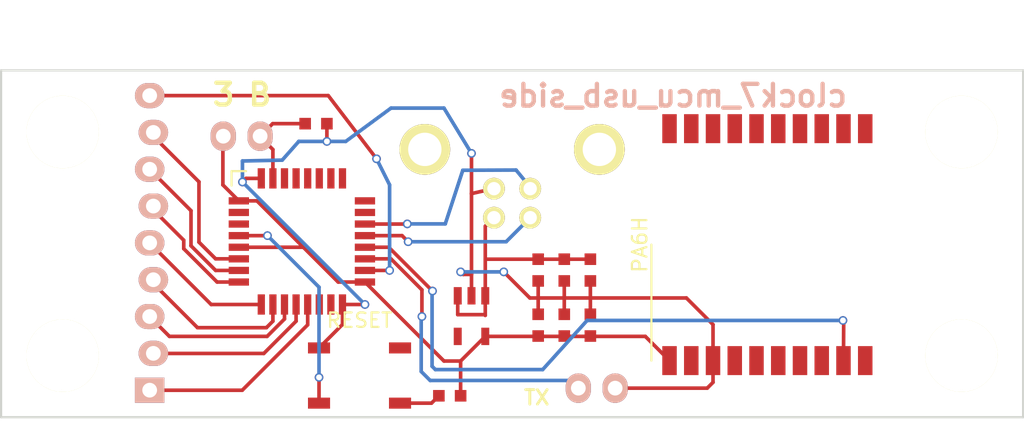
<source format=kicad_pcb>
(kicad_pcb (version 4) (host pcbnew 4.0.7-e2-6376~58~ubuntu16.04.1)

  (general
    (links 0)
    (no_connects 0)
    (area 75.124999 64.475 159.975 102.76)
    (thickness 1.6)
    (drawings 18)
    (tracks 148)
    (zones 0)
    (modules 20)
    (nets 1)
  )

  (page A4)
  (layers
    (0 F.Cu signal)
    (31 B.Cu signal)
    (32 B.Adhes user)
    (33 F.Adhes user)
    (34 B.Paste user)
    (35 F.Paste user)
    (36 B.SilkS user)
    (37 F.SilkS user)
    (38 B.Mask user)
    (39 F.Mask user)
    (40 Dwgs.User user)
    (41 Cmts.User user)
    (42 Eco1.User user)
    (43 Eco2.User user)
    (44 Edge.Cuts user)
    (45 Margin user)
    (46 B.CrtYd user)
    (47 F.CrtYd user)
    (48 B.Fab user)
    (49 F.Fab user)
  )

  (setup
    (last_trace_width 0.25)
    (trace_clearance 0.2)
    (zone_clearance 0.508)
    (zone_45_only no)
    (trace_min 0.2)
    (segment_width 0.2)
    (edge_width 0.15)
    (via_size 0.6)
    (via_drill 0.4)
    (via_min_size 0.4)
    (via_min_drill 0.3)
    (uvia_size 0.3)
    (uvia_drill 0.1)
    (uvias_allowed no)
    (uvia_min_size 0.2)
    (uvia_min_drill 0.1)
    (pcb_text_width 0.3)
    (pcb_text_size 1.5 1.5)
    (mod_edge_width 0.15)
    (mod_text_size 1 1)
    (mod_text_width 0.15)
    (pad_size 1.524 1.524)
    (pad_drill 0.762)
    (pad_to_mask_clearance 0.2)
    (aux_axis_origin 0 0)
    (visible_elements FFFFFF7F)
    (pcbplotparams
      (layerselection 0x010f0_80000001)
      (usegerberextensions false)
      (excludeedgelayer true)
      (linewidth 0.100000)
      (plotframeref false)
      (viasonmask false)
      (mode 1)
      (useauxorigin false)
      (hpglpennumber 1)
      (hpglpenspeed 20)
      (hpglpendiameter 15)
      (hpglpenoverlay 2)
      (psnegative false)
      (psa4output false)
      (plotreference true)
      (plotvalue true)
      (plotinvisibletext false)
      (padsonsilk false)
      (subtractmaskfromsilk false)
      (outputformat 1)
      (mirror false)
      (drillshape 0)
      (scaleselection 1)
      (outputdirectory clock7_mcu_usb_side/))
  )

  (net 0 "")

  (net_class Default "This is the default net class."
    (clearance 0.2)
    (trace_width 0.25)
    (via_dia 0.6)
    (via_drill 0.4)
    (uvia_dia 0.3)
    (uvia_drill 0.1)
  )

  (module 00my_modules:R_0603 (layer F.Cu) (tedit 5B4973CC) (tstamp 5CAAD7CB)
    (at 116 94.4 90)
    (descr R0603)
    (tags "resistor capacitor led 0603")
    (attr smd)
    (fp_text reference "" (at 0 0 90) (layer F.SilkS)
      (effects (font (size 0.5 0.5) (thickness 0.1)))
    )
    (fp_text value C (at 0 0 90) (layer F.Fab)
      (effects (font (size 0.5 0.5) (thickness 0.01)))
    )
    (fp_line (start -1.2 -0.45) (end 1.2 -0.45) (layer F.CrtYd) (width 0.01))
    (fp_line (start -1.2 0.45) (end 1.2 0.45) (layer F.CrtYd) (width 0.01))
    (fp_line (start -1.2 -0.45) (end -1.2 0.45) (layer F.CrtYd) (width 0.01))
    (fp_line (start 1.2 -0.45) (end 1.2 0.45) (layer F.CrtYd) (width 0.01))
    (pad 1 smd rect (at -0.75 0 90) (size 0.8 0.8) (layers F.Cu F.Paste F.Mask))
    (pad 2 smd rect (at 0.75 0 90) (size 0.8 0.8) (layers F.Cu F.Paste F.Mask))
  )

  (module 00my_modules:R_0603 (layer F.Cu) (tedit 5B4973CC) (tstamp 5CAAD7C1)
    (at 114.2 94.4 90)
    (descr R0603)
    (tags "resistor capacitor led 0603")
    (attr smd)
    (fp_text reference "" (at 0 0 90) (layer F.SilkS)
      (effects (font (size 0.5 0.5) (thickness 0.1)))
    )
    (fp_text value C (at 0 0 90) (layer F.Fab)
      (effects (font (size 0.5 0.5) (thickness 0.01)))
    )
    (fp_line (start -1.2 -0.45) (end 1.2 -0.45) (layer F.CrtYd) (width 0.01))
    (fp_line (start -1.2 0.45) (end 1.2 0.45) (layer F.CrtYd) (width 0.01))
    (fp_line (start -1.2 -0.45) (end -1.2 0.45) (layer F.CrtYd) (width 0.01))
    (fp_line (start 1.2 -0.45) (end 1.2 0.45) (layer F.CrtYd) (width 0.01))
    (pad 1 smd rect (at -0.75 0 90) (size 0.8 0.8) (layers F.Cu F.Paste F.Mask))
    (pad 2 smd rect (at 0.75 0 90) (size 0.8 0.8) (layers F.Cu F.Paste F.Mask))
  )

  (module 00my_modules:R_0603 (layer F.Cu) (tedit 5B4970A9) (tstamp 5CAAD7B7)
    (at 116 90.6 90)
    (descr R0603)
    (tags "resistor capacitor led 0603")
    (attr smd)
    (fp_text reference "" (at 0 0 90) (layer F.SilkS)
      (effects (font (size 0.5 0.5) (thickness 0.1)))
    )
    (fp_text value C (at 0 0 90) (layer F.Fab)
      (effects (font (size 0.5 0.5) (thickness 0.01)))
    )
    (fp_line (start -1.2 -0.45) (end 1.2 -0.45) (layer F.CrtYd) (width 0.01))
    (fp_line (start -1.2 0.45) (end 1.2 0.45) (layer F.CrtYd) (width 0.01))
    (fp_line (start -1.2 -0.45) (end -1.2 0.45) (layer F.CrtYd) (width 0.01))
    (fp_line (start 1.2 -0.45) (end 1.2 0.45) (layer F.CrtYd) (width 0.01))
    (pad 1 smd rect (at -0.75 0 90) (size 0.8 0.8) (layers F.Cu F.Paste F.Mask))
    (pad 2 smd rect (at 0.75 0 90) (size 0.8 0.8) (layers F.Cu F.Paste F.Mask))
  )

  (module 00my_modules:R_0603 (layer F.Cu) (tedit 5B4970A9) (tstamp 5CAAD7AD)
    (at 114.2 90.6 90)
    (descr R0603)
    (tags "resistor capacitor led 0603")
    (attr smd)
    (fp_text reference "" (at 0 0 90) (layer F.SilkS)
      (effects (font (size 0.5 0.5) (thickness 0.1)))
    )
    (fp_text value C (at 0 0 90) (layer F.Fab)
      (effects (font (size 0.5 0.5) (thickness 0.01)))
    )
    (fp_line (start -1.2 -0.45) (end 1.2 -0.45) (layer F.CrtYd) (width 0.01))
    (fp_line (start -1.2 0.45) (end 1.2 0.45) (layer F.CrtYd) (width 0.01))
    (fp_line (start -1.2 -0.45) (end -1.2 0.45) (layer F.CrtYd) (width 0.01))
    (fp_line (start 1.2 -0.45) (end 1.2 0.45) (layer F.CrtYd) (width 0.01))
    (pad 1 smd rect (at -0.75 0 90) (size 0.8 0.8) (layers F.Cu F.Paste F.Mask))
    (pad 2 smd rect (at 0.75 0 90) (size 0.8 0.8) (layers F.Cu F.Paste F.Mask))
  )

  (module 00my_modules:R_0603 (layer F.Cu) (tedit 5B4970A9) (tstamp 5B497FE4)
    (at 112.4 90.6 90)
    (descr R0603)
    (tags "resistor capacitor led 0603")
    (attr smd)
    (fp_text reference "" (at 0 0 90) (layer F.SilkS)
      (effects (font (size 0.5 0.5) (thickness 0.1)))
    )
    (fp_text value C (at 0 0 90) (layer F.Fab)
      (effects (font (size 0.5 0.5) (thickness 0.01)))
    )
    (fp_line (start -1.2 -0.45) (end 1.2 -0.45) (layer F.CrtYd) (width 0.01))
    (fp_line (start -1.2 0.45) (end 1.2 0.45) (layer F.CrtYd) (width 0.01))
    (fp_line (start -1.2 -0.45) (end -1.2 0.45) (layer F.CrtYd) (width 0.01))
    (fp_line (start 1.2 -0.45) (end 1.2 0.45) (layer F.CrtYd) (width 0.01))
    (pad 1 smd rect (at -0.75 0 90) (size 0.8 0.8) (layers F.Cu F.Paste F.Mask))
    (pad 2 smd rect (at 0.75 0 90) (size 0.8 0.8) (layers F.Cu F.Paste F.Mask))
  )

  (module 00my_modules:PA6H (layer F.Cu) (tedit 5415CC62) (tstamp 5B496F09)
    (at 128.21 88.845 90)
    (descr PA6H)
    (tags "PA6H gps")
    (fp_text reference PA6H (at 0 -8.8 90) (layer F.SilkS)
      (effects (font (size 1 1) (thickness 0.15)))
    )
    (fp_text value GPS (at 0 -7 90) (layer F.Fab)
      (effects (font (size 1 1) (thickness 0.15)))
    )
    (fp_line (start -8 -8) (end -8 8) (layer F.CrtYd) (width 0.05))
    (fp_line (start 8 -8) (end 8 8) (layer F.CrtYd) (width 0.05))
    (fp_line (start -8 -8) (end 8 -8) (layer F.CrtYd) (width 0.05))
    (fp_line (start -8 8) (end 8 8) (layer F.CrtYd) (width 0.05))
    (fp_line (start -8 -8) (end 0 -8) (layer F.SilkS) (width 0.15))
    (pad VCC smd rect (at -8 -6.75 90) (size 2 1) (layers F.Cu F.Paste F.Mask))
    (pad 2 smd rect (at -8 -5.25 90) (size 2 1) (layers F.Cu F.Paste F.Mask))
    (pad GND smd rect (at -8 -3.75 90) (size 2 1) (layers F.Cu F.Paste F.Mask))
    (pad 4 smd rect (at -8 -2.25 90) (size 2 1) (layers F.Cu F.Paste F.Mask))
    (pad 5 smd rect (at -8 -0.75 90) (size 2 1) (layers F.Cu F.Paste F.Mask))
    (pad 6 smd rect (at -8 0.75 90) (size 2 1) (layers F.Cu F.Paste F.Mask))
    (pad 7 smd rect (at -8 2.25 90) (size 2 1) (layers F.Cu F.Paste F.Mask))
    (pad 8 smd rect (at -8 3.75 90) (size 2 1) (layers F.Cu F.Paste F.Mask))
    (pad TX smd rect (at -8 5.25 90) (size 2 1) (layers F.Cu F.Paste F.Mask))
    (pad RX smd rect (at -8 6.75 90) (size 2 1) (layers F.Cu F.Paste F.Mask))
    (pad 11 smd rect (at 8 6.75 90) (size 2 1) (layers F.Cu F.Paste F.Mask))
    (pad 12 smd rect (at 8 5.25 90) (size 2 1) (layers F.Cu F.Paste F.Mask))
    (pad 13 smd rect (at 8 3.75 90) (size 2 1) (layers F.Cu F.Paste F.Mask))
    (pad 14 smd rect (at 8 2.25 90) (size 2 1) (layers F.Cu F.Paste F.Mask))
    (pad 15 smd rect (at 8 0.75 90) (size 2 1) (layers F.Cu F.Paste F.Mask))
    (pad 16 smd rect (at 8 -0.75 90) (size 2 1) (layers F.Cu F.Paste F.Mask))
    (pad 17 smd rect (at 8 -2.25 90) (size 2 1) (layers F.Cu F.Paste F.Mask))
    (pad 18 smd rect (at 8 -3.75 90) (size 2 1) (layers F.Cu F.Paste F.Mask))
    (pad 19 smd rect (at 8 -5.25 90) (size 2 1) (layers F.Cu F.Paste F.Mask))
    (pad 20 smd rect (at 8 -6.75 90) (size 2 1) (layers F.Cu F.Paste F.Mask))
  )

  (module 00my_modules:STM32_LQFP32 (layer F.Cu) (tedit 54130A77) (tstamp 5B497879)
    (at 96.1 88.625)
    (descr LQFP-32)
    (tags "smd lqfp")
    (attr smd)
    (fp_text reference "" (at 0 -4.3) (layer F.SilkS)
      (effects (font (size 1 1) (thickness 0.15)))
    )
    (fp_text value "" (at -1.5 -3) (layer F.Fab)
      (effects (font (size 0.5 0.5) (thickness 0.01)))
    )
    (fp_text user LQFP32 (at 0 0) (layer F.Fab)
      (effects (font (size 0.8 0.8) (thickness 0.1)))
    )
    (fp_line (start -5.05 -5.05) (end 5.05 -5.05) (layer F.CrtYd) (width 0.01))
    (fp_line (start 5.05 -5.05) (end 5.05 5.05) (layer F.CrtYd) (width 0.01))
    (fp_line (start 5.05 5.05) (end -5.05 5.05) (layer F.CrtYd) (width 0.01))
    (fp_line (start -5.05 5.05) (end -5.05 -5.05) (layer F.CrtYd) (width 0.01))
    (fp_line (start -4.85 -4.85) (end -4.85 -3.85) (layer F.SilkS) (width 0.15))
    (fp_line (start -4.85 -4.85) (end -3.85 -4.85) (layer F.SilkS) (width 0.15))
    (fp_line (start -3.65 -3.65) (end 3.65 -3.65) (layer F.Fab) (width 0.01))
    (fp_line (start 3.65 -3.65) (end 3.65 3.65) (layer F.Fab) (width 0.01))
    (fp_line (start 3.65 3.65) (end -3.65 3.65) (layer F.Fab) (width 0.01))
    (fp_line (start -3.65 3.65) (end -3.65 -3.65) (layer F.Fab) (width 0.01))
    (pad 3.3 smd rect (at -4.35 -2.8) (size 1.4 0.5) (layers F.Cu F.Paste F.Mask))
    (pad PF0 smd rect (at -4.35 -2) (size 1.4 0.5) (layers F.Cu F.Paste F.Mask))
    (pad PF1 smd rect (at -4.35 -1.2) (size 1.4 0.5) (layers F.Cu F.Paste F.Mask))
    (pad RST smd rect (at -4.35 -0.4) (size 1.4 0.5) (layers F.Cu F.Paste F.Mask))
    (pad 3.3 smd rect (at -4.35 0.4) (size 1.4 0.5) (layers F.Cu F.Paste F.Mask))
    (pad PA0 smd rect (at -4.35 1.2) (size 1.4 0.5) (layers F.Cu F.Paste F.Mask))
    (pad PA1 smd rect (at -4.35 2) (size 1.4 0.5) (layers F.Cu F.Paste F.Mask))
    (pad PA2 smd rect (at -4.35 2.8) (size 1.4 0.5) (layers F.Cu F.Paste F.Mask))
    (pad PA3 smd rect (at -2.8 4.35 90) (size 1.4 0.5) (layers F.Cu F.Paste F.Mask))
    (pad PA4 smd rect (at -2 4.35 90) (size 1.4 0.5) (layers F.Cu F.Paste F.Mask))
    (pad PA5 smd rect (at -1.2 4.35 90) (size 1.4 0.5) (layers F.Cu F.Paste F.Mask))
    (pad PA6 smd rect (at -0.4 4.35 90) (size 1.4 0.5) (layers F.Cu F.Paste F.Mask))
    (pad PA7 smd rect (at 0.4 4.35 90) (size 1.4 0.5) (layers F.Cu F.Paste F.Mask))
    (pad PB0 smd rect (at 1.2 4.35 90) (size 1.4 0.5) (layers F.Cu F.Paste F.Mask))
    (pad PB1 smd rect (at 2 4.35 90) (size 1.4 0.5) (layers F.Cu F.Paste F.Mask))
    (pad GND smd rect (at 2.8 4.35 90) (size 1.4 0.5) (layers F.Cu F.Paste F.Mask))
    (pad PA14 smd rect (at 4.35 -2.8) (size 1.4 0.5) (layers F.Cu F.Paste F.Mask))
    (pad PA13 smd rect (at 4.35 -2) (size 1.4 0.5) (layers F.Cu F.Paste F.Mask))
    (pad PA12 smd rect (at 4.35 -1.2) (size 1.4 0.5) (layers F.Cu F.Paste F.Mask))
    (pad PA11 smd rect (at 4.35 -0.4) (size 1.4 0.5) (layers F.Cu F.Paste F.Mask))
    (pad PA10 smd rect (at 4.35 0.4) (size 1.4 0.5) (layers F.Cu F.Paste F.Mask))
    (pad PA9 smd rect (at 4.35 1.2) (size 1.4 0.5) (layers F.Cu F.Paste F.Mask))
    (pad PA8 smd rect (at 4.35 2) (size 1.4 0.5) (layers F.Cu F.Paste F.Mask))
    (pad 3.3 smd rect (at 4.35 2.8) (size 1.4 0.5) (layers F.Cu F.Paste F.Mask))
    (pad GND smd rect (at -2.8 -4.35 90) (size 1.4 0.5) (layers F.Cu F.Paste F.Mask))
    (pad BOOT smd rect (at -2 -4.35 90) (size 1.4 0.5) (layers F.Cu F.Paste F.Mask))
    (pad PB7 smd rect (at -1.2 -4.35 90) (size 1.4 0.5) (layers F.Cu F.Paste F.Mask))
    (pad PB6 smd rect (at -0.4 -4.35 90) (size 1.4 0.5) (layers F.Cu F.Paste F.Mask))
    (pad PB5 smd rect (at 0.4 -4.35 90) (size 1.4 0.5) (layers F.Cu F.Paste F.Mask))
    (pad PB4 smd rect (at 1.2 -4.35 90) (size 1.4 0.5) (layers F.Cu F.Paste F.Mask))
    (pad PB3 smd rect (at 2 -4.35 90) (size 1.4 0.5) (layers F.Cu F.Paste F.Mask))
    (pad PA15 smd rect (at 2.8 -4.35 90) (size 1.4 0.5) (layers F.Cu F.Paste F.Mask))
  )

  (module 00my_modules:AP2112 (layer F.Cu) (tedit 58CE4E80) (tstamp 5B497C39)
    (at 107.8 93.775 270)
    (descr SOT25)
    (tags SOT25)
    (attr smd)
    (fp_text reference "" (at 0 -2.5 270) (layer F.SilkS)
      (effects (font (size 1 1) (thickness 0.15)))
    )
    (fp_text value "" (at 0 2.05 270) (layer F.Fab)
      (effects (font (size 0.5 0.5) (thickness 0.01)))
    )
    (fp_text user SOT25 (at 0 0 360) (layer F.Fab)
      (effects (font (size 0.5 0.5) (thickness 0.01)))
    )
    (fp_line (start -0.8 -1.5) (end 0.8 -1.5) (layer F.Fab) (width 0.01))
    (fp_line (start -0.8 1.5) (end 0.8 1.5) (layer F.Fab) (width 0.01))
    (fp_line (start -0.8 -1.5) (end -0.8 1.5) (layer F.Fab) (width 0.01))
    (fp_line (start 0.8 -1.5) (end 0.8 1.5) (layer F.Fab) (width 0.01))
    (fp_line (start -0.8 -1.5) (end -0.8 1.5) (layer F.Fab) (width 0.01))
    (fp_line (start 0.8 -1.5) (end 0.8 1.5) (layer F.Fab) (width 0.01))
    (fp_line (start -2.3 -1.7) (end 2.3 -1.7) (layer F.CrtYd) (width 0.01))
    (fp_line (start -2.3 -1.7) (end -2.3 1.7) (layer F.CrtYd) (width 0.01))
    (fp_line (start 2.3 1.7) (end 2.3 -1.7) (layer F.CrtYd) (width 0.01))
    (fp_line (start 2.3 1.7) (end -2.3 1.7) (layer F.CrtYd) (width 0.01))
    (pad VIN smd rect (at -1.4 -0.95 270) (size 1.2 0.55) (layers F.Cu F.Paste F.Mask))
    (pad GND smd rect (at -1.4 0 270) (size 1.2 0.55) (layers F.Cu F.Paste F.Mask))
    (pad EN smd rect (at -1.4 0.95 270) (size 1.2 0.55) (layers F.Cu F.Paste F.Mask))
    (pad NC smd rect (at 1.4 0.95 270) (size 1.2 0.55) (layers F.Cu F.Paste F.Mask))
    (pad VOUT smd rect (at 1.4 -0.95 270) (size 1.2 0.55) (layers F.Cu F.Paste F.Mask))
  )

  (module 00my_modules:BUTTON4_SMD (layer F.Cu) (tedit 5B497302) (tstamp 5B49863C)
    (at 100.076 97.875)
    (descr button4_smd)
    (tags "SPST button tactile switch")
    (fp_text reference RESET (at 0 -3.81) (layer F.SilkS)
      (effects (font (size 1 1) (thickness 0.15)))
    )
    (fp_text value "" (at 0 3.81) (layer F.Fab)
      (effects (font (size 1 1) (thickness 0.15)))
    )
    (fp_line (start -1.54 -2.54) (end -2.54 -1.54) (layer F.Fab) (width 0.2032))
    (fp_line (start -2.54 -1.24) (end -2.54 1.27) (layer F.Fab) (width 0.2032))
    (fp_line (start -2.54 1.54) (end -1.54 2.54) (layer F.Fab) (width 0.2032))
    (fp_line (start -1.54 2.54) (end 1.54 2.54) (layer F.Fab) (width 0.2032))
    (fp_line (start 1.54 2.54) (end 2.54 1.54) (layer F.Fab) (width 0.2032))
    (fp_line (start 2.54 1.24) (end 2.54 -1.24) (layer F.Fab) (width 0.2032))
    (fp_line (start 2.54 -1.54) (end 1.54 -2.54) (layer F.Fab) (width 0.2032))
    (fp_line (start 1.54 -2.54) (end -1.54 -2.54) (layer F.Fab) (width 0.2032))
    (fp_line (start 1.905 1.27) (end 1.905 0.445) (layer F.Fab) (width 0.127))
    (fp_line (start 1.905 0.445) (end 2.16 -0.01) (layer F.Fab) (width 0.127))
    (fp_line (start 1.905 -0.23) (end 1.905 -1.115) (layer F.Fab) (width 0.127))
    (fp_circle (center 0 0) (end 0 1.27) (layer F.Fab) (width 0.2032))
    (pad 1 smd rect (at -2.794 1.905) (size 1.524 0.762) (layers F.Cu F.Paste F.Mask))
    (pad 2 smd rect (at 2.794 1.905) (size 1.524 0.762) (layers F.Cu F.Paste F.Mask))
    (pad 3 smd rect (at -2.794 -1.905) (size 1.524 0.762) (layers F.Cu F.Paste F.Mask))
    (pad 4 smd rect (at 2.794 -1.905) (size 1.524 0.762) (layers F.Cu F.Paste F.Mask))
  )

  (module 00my_modules:R_0603 (layer F.Cu) (tedit 5415CC62) (tstamp 5B49868D)
    (at 106.299 99.272)
    (descr R0603)
    (tags "resistor capacitor led 0603")
    (attr smd)
    (fp_text reference "" (at 0 0) (layer F.SilkS)
      (effects (font (size 0.5 0.5) (thickness 0.1)))
    )
    (fp_text value R (at 0 0) (layer F.Fab)
      (effects (font (size 0.5 0.5) (thickness 0.01)))
    )
    (fp_line (start -1.2 -0.45) (end 1.2 -0.45) (layer F.CrtYd) (width 0.01))
    (fp_line (start -1.2 0.45) (end 1.2 0.45) (layer F.CrtYd) (width 0.01))
    (fp_line (start -1.2 -0.45) (end -1.2 0.45) (layer F.CrtYd) (width 0.01))
    (fp_line (start 1.2 -0.45) (end 1.2 0.45) (layer F.CrtYd) (width 0.01))
    (pad 1 smd rect (at -0.75 0) (size 0.8 0.8) (layers F.Cu F.Paste F.Mask))
    (pad 2 smd rect (at 0.75 0) (size 0.8 0.8) (layers F.Cu F.Paste F.Mask))
  )

  (module 00my_modules:R_0603 (layer F.Cu) (tedit 5B4973CC) (tstamp 5B4986A5)
    (at 112.4 94.4 90)
    (descr R0603)
    (tags "resistor capacitor led 0603")
    (attr smd)
    (fp_text reference "" (at 0 0 90) (layer F.SilkS)
      (effects (font (size 0.5 0.5) (thickness 0.1)))
    )
    (fp_text value C (at 0 0 90) (layer F.Fab)
      (effects (font (size 0.5 0.5) (thickness 0.01)))
    )
    (fp_line (start -1.2 -0.45) (end 1.2 -0.45) (layer F.CrtYd) (width 0.01))
    (fp_line (start -1.2 0.45) (end 1.2 0.45) (layer F.CrtYd) (width 0.01))
    (fp_line (start -1.2 -0.45) (end -1.2 0.45) (layer F.CrtYd) (width 0.01))
    (fp_line (start 1.2 -0.45) (end 1.2 0.45) (layer F.CrtYd) (width 0.01))
    (pad 1 smd rect (at -0.75 0 90) (size 0.8 0.8) (layers F.Cu F.Paste F.Mask))
    (pad 2 smd rect (at 0.75 0 90) (size 0.8 0.8) (layers F.Cu F.Paste F.Mask))
  )

  (module 00my_modules:Pin_Header_Straight_1x02 (layer B.Cu) (tedit 0) (tstamp 5B4986E5)
    (at 90.678 81.365 270)
    (descr "Through hole pin header")
    (tags "pin header")
    (fp_text reference "" (at 0 2.4 270) (layer B.SilkS)
      (effects (font (size 0.5 0.5) (thickness 0.01)) (justify mirror))
    )
    (fp_text value "" (at 0 3.1 270) (layer B.Fab)
      (effects (font (size 0.5 0.5) (thickness 0.01)) (justify mirror))
    )
    (fp_line (start -1.75 1.75) (end -1.75 -4.29) (layer B.CrtYd) (width 0.05))
    (fp_line (start 1.75 1.75) (end 1.75 -4.29) (layer B.CrtYd) (width 0.05))
    (fp_line (start -1.75 1.75) (end 1.75 1.75) (layer B.CrtYd) (width 0.05))
    (fp_line (start -1.75 -4.29) (end 1.75 -4.29) (layer B.CrtYd) (width 0.05))
    (pad 1 thru_hole oval (at 0 0 270) (size 2.032 1.7272) (drill 1.016) (layers *.Cu *.Mask B.SilkS))
    (pad 2 thru_hole oval (at 0 -2.54 270) (size 2.032 1.7272) (drill 1.016) (layers *.Cu *.Mask B.SilkS))
  )

  (module 00my_modules:Pin_Header_Straight_1x02 (layer B.Cu) (tedit 0) (tstamp 5C248C93)
    (at 115.17 98.745 270)
    (descr "Through hole pin header")
    (tags "pin header")
    (fp_text reference "" (at 0 2.4 270) (layer B.SilkS)
      (effects (font (size 0.5 0.5) (thickness 0.01)) (justify mirror))
    )
    (fp_text value "" (at 0 3.1 270) (layer B.Fab)
      (effects (font (size 0.5 0.5) (thickness 0.01)) (justify mirror))
    )
    (fp_line (start -1.75 1.75) (end -1.75 -4.29) (layer B.CrtYd) (width 0.05))
    (fp_line (start 1.75 1.75) (end 1.75 -4.29) (layer B.CrtYd) (width 0.05))
    (fp_line (start -1.75 1.75) (end 1.75 1.75) (layer B.CrtYd) (width 0.05))
    (fp_line (start -1.75 -4.29) (end 1.75 -4.29) (layer B.CrtYd) (width 0.05))
    (fp_line (start -2 -1.27) (end 2 -1.27) (layer B.CrtYd) (width 0.05))
    (fp_line (start 0 0.5) (end 0 -3) (layer B.CrtYd) (width 0.05))
    (pad 1 thru_hole oval (at 0 0 270) (size 2.032 1.7272) (drill 1.016) (layers *.Cu *.Mask B.SilkS))
    (pad 2 thru_hole oval (at 0 -2.54 270) (size 2.032 1.7272) (drill 1.016) (layers *.Cu *.Mask B.SilkS))
  )

  (module 00my_modules:Pin_Header_Wiggle_1x09 (layer B.Cu) (tedit 0) (tstamp 5C249190)
    (at 85.6 98.885)
    (descr "Through hole pin header")
    (tags "pin header")
    (fp_text reference "" (at 0 2.4) (layer B.SilkS)
      (effects (font (size 0.5 0.5) (thickness 0.01)) (justify mirror))
    )
    (fp_text value "" (at 0 3.1) (layer B.Fab)
      (effects (font (size 0.5 0.5) (thickness 0.01)) (justify mirror))
    )
    (fp_line (start -1.75 1.75) (end -1.75 -22.07) (layer B.CrtYd) (width 0.05))
    (fp_line (start 1.75 1.75) (end 1.75 -22.07) (layer B.CrtYd) (width 0.05))
    (fp_line (start -1.75 1.75) (end 1.75 1.75) (layer B.CrtYd) (width 0.05))
    (fp_line (start -1.75 -22.07) (end 1.75 -22.07) (layer B.CrtYd) (width 0.05))
    (pad 1 thru_hole rect (at 0 0) (size 2.032 1.7272) (drill 1.016) (layers *.Cu *.Mask B.SilkS))
    (pad 2 thru_hole oval (at 0.254 -2.54) (size 2.032 1.7272) (drill 1.016) (layers *.Cu *.Mask B.SilkS))
    (pad 3 thru_hole oval (at 0 -5.08) (size 2.032 1.7272) (drill 1.016) (layers *.Cu *.Mask B.SilkS))
    (pad 4 thru_hole oval (at 0.254 -7.62) (size 2.032 1.7272) (drill 1.016) (layers *.Cu *.Mask B.SilkS))
    (pad 5 thru_hole oval (at 0 -10.16) (size 2.032 1.7272) (drill 1.016) (layers *.Cu *.Mask B.SilkS))
    (pad 6 thru_hole oval (at 0.254 -12.7) (size 2.032 1.7272) (drill 1.016) (layers *.Cu *.Mask B.SilkS))
    (pad 7 thru_hole oval (at 0 -15.24) (size 2.032 1.7272) (drill 1.016) (layers *.Cu *.Mask B.SilkS))
    (pad 8 thru_hole oval (at 0.254 -17.78) (size 2.032 1.7272) (drill 1.016) (layers *.Cu *.Mask B.SilkS))
    (pad 9 thru_hole oval (at 0 -20.32) (size 2.032 1.7272) (drill 1.016) (layers *.Cu *.Mask B.SilkS))
  )

  (module 00my_modules:UE27-BC54-130 (layer F.Cu) (tedit 0) (tstamp 5CAAD636)
    (at 110.6 82.275 180)
    (descr UE27-BC54-130)
    (tags usb)
    (fp_text reference "" (at 0 -1 180) (layer F.SilkS)
      (effects (font (size 0.5 0.5) (thickness 0.01)))
    )
    (fp_text value "" (at 0 1 180) (layer F.Fab)
      (effects (font (size 0.5 0.5) (thickness 0.01)))
    )
    (fp_text user USB (at 0 0 180) (layer F.Fab)
      (effects (font (size 1 1) (thickness 0.15)))
    )
    (fp_line (start -6.02 10.28) (end -6.02 -6.22) (layer F.CrtYd) (width 0.05))
    (fp_line (start 6.02 10.28) (end 6.02 -6.22) (layer F.CrtYd) (width 0.05))
    (fp_line (start -6.02 -6.22) (end 6.02 -6.22) (layer F.CrtYd) (width 0.05))
    (fp_line (start -6.02 10.28) (end 6.02 10.28) (layer F.CrtYd) (width 0.05))
    (pad V thru_hole circle (at 1.25 -4.71 180) (size 1.5 1.5) (drill 0.92) (layers *.Cu *.Mask F.SilkS))
    (pad - thru_hole circle (at -1.25 -4.71 180) (size 1.5 1.5) (drill 0.92) (layers *.Cu *.Mask F.SilkS))
    (pad + thru_hole circle (at -1.25 -2.71 180) (size 1.5 1.5) (drill 0.92) (layers *.Cu *.Mask F.SilkS))
    (pad G thru_hole circle (at 1.25 -2.71 180) (size 1.5 1.5) (drill 0.92) (layers *.Cu *.Mask F.SilkS))
    (pad X thru_hole circle (at 6.02 0 180) (size 3.5 3.5) (drill 2.3) (layers *.Cu *.Mask F.SilkS))
    (pad X thru_hole circle (at -6.02 0 180) (size 3.5 3.5) (drill 2.3) (layers *.Cu *.Mask F.SilkS))
  )

  (module 00my_modules:Hole0 (layer F.Cu) (tedit 0) (tstamp 5CAADECE)
    (at 141.6 96.5)
    (descr hole0)
    (tags hole)
    (fp_text reference "" (at 0 0) (layer F.SilkS)
      (effects (font (size 0.5 0.5) (thickness 0.01)))
    )
    (fp_text value "" (at 0 0) (layer F.Fab)
      (effects (font (size 0.5 0.5) (thickness 0.01)))
    )
    (fp_line (start -4.25 -4.25) (end -4.25 4.25) (layer F.CrtYd) (width 0.05))
    (fp_line (start 4.25 -4.25) (end 4.25 4.25) (layer F.CrtYd) (width 0.05))
    (fp_line (start -4.25 -4.25) (end 4.25 -4.25) (layer F.CrtYd) (width 0.05))
    (fp_line (start -4.25 4.25) (end 4.25 4.25) (layer F.CrtYd) (width 0.05))
    (pad "" np_thru_hole circle (at 0 0) (size 5 5) (drill 5) (layers *.Cu *.Mask F.SilkS))
  )

  (module 00my_modules:Hole0 (layer F.Cu) (tedit 0) (tstamp 5CAADEDF)
    (at 141.6 81.075)
    (descr hole0)
    (tags hole)
    (fp_text reference "" (at 0 0) (layer F.SilkS)
      (effects (font (size 0.5 0.5) (thickness 0.01)))
    )
    (fp_text value "" (at 0 0) (layer F.Fab)
      (effects (font (size 0.5 0.5) (thickness 0.01)))
    )
    (fp_line (start -4.25 -4.25) (end -4.25 4.25) (layer F.CrtYd) (width 0.05))
    (fp_line (start 4.25 -4.25) (end 4.25 4.25) (layer F.CrtYd) (width 0.05))
    (fp_line (start -4.25 -4.25) (end 4.25 -4.25) (layer F.CrtYd) (width 0.05))
    (fp_line (start -4.25 4.25) (end 4.25 4.25) (layer F.CrtYd) (width 0.05))
    (pad "" np_thru_hole circle (at 0 0) (size 5 5) (drill 5) (layers *.Cu *.Mask F.SilkS))
  )

  (module 00my_modules:Hole0 (layer F.Cu) (tedit 0) (tstamp 5CAADF01)
    (at 79.6 96.5)
    (descr hole0)
    (tags hole)
    (fp_text reference "" (at 0 0) (layer F.SilkS)
      (effects (font (size 0.5 0.5) (thickness 0.01)))
    )
    (fp_text value "" (at 0 0) (layer F.Fab)
      (effects (font (size 0.5 0.5) (thickness 0.01)))
    )
    (fp_line (start -4.25 -4.25) (end -4.25 4.25) (layer F.CrtYd) (width 0.05))
    (fp_line (start 4.25 -4.25) (end 4.25 4.25) (layer F.CrtYd) (width 0.05))
    (fp_line (start -4.25 -4.25) (end 4.25 -4.25) (layer F.CrtYd) (width 0.05))
    (fp_line (start -4.25 4.25) (end 4.25 4.25) (layer F.CrtYd) (width 0.05))
    (pad "" np_thru_hole circle (at 0 0) (size 5 5) (drill 5) (layers *.Cu *.Mask F.SilkS))
  )

  (module 00my_modules:Hole0 (layer F.Cu) (tedit 0) (tstamp 5CAADF12)
    (at 79.6 81.075)
    (descr hole0)
    (tags hole)
    (fp_text reference "" (at 0 0) (layer F.SilkS)
      (effects (font (size 0.5 0.5) (thickness 0.01)))
    )
    (fp_text value "" (at 0 0) (layer F.Fab)
      (effects (font (size 0.5 0.5) (thickness 0.01)))
    )
    (fp_line (start -4.25 -4.25) (end -4.25 4.25) (layer F.CrtYd) (width 0.05))
    (fp_line (start 4.25 -4.25) (end 4.25 4.25) (layer F.CrtYd) (width 0.05))
    (fp_line (start -4.25 -4.25) (end 4.25 -4.25) (layer F.CrtYd) (width 0.05))
    (fp_line (start -4.25 4.25) (end 4.25 4.25) (layer F.CrtYd) (width 0.05))
    (pad "" np_thru_hole circle (at 0 0) (size 5 5) (drill 5) (layers *.Cu *.Mask F.SilkS))
  )

  (module 00my_modules:R_0603 (layer F.Cu) (tedit 5415CC62) (tstamp 5CAAE5E2)
    (at 97.075 80.5)
    (descr R0603)
    (tags "resistor capacitor led 0603")
    (attr smd)
    (fp_text reference "" (at 0 0) (layer F.SilkS)
      (effects (font (size 0.5 0.5) (thickness 0.1)))
    )
    (fp_text value R (at 0 0) (layer F.Fab)
      (effects (font (size 0.5 0.5) (thickness 0.01)))
    )
    (fp_line (start -1.2 -0.45) (end 1.2 -0.45) (layer F.CrtYd) (width 0.01))
    (fp_line (start -1.2 0.45) (end 1.2 0.45) (layer F.CrtYd) (width 0.01))
    (fp_line (start -1.2 -0.45) (end -1.2 0.45) (layer F.CrtYd) (width 0.01))
    (fp_line (start 1.2 -0.45) (end 1.2 0.45) (layer F.CrtYd) (width 0.01))
    (pad 1 smd rect (at -0.75 0) (size 0.8 0.8) (layers F.Cu F.Paste F.Mask))
    (pad 2 smd rect (at 0.75 0) (size 0.8 0.8) (layers F.Cu F.Paste F.Mask))
  )

  (gr_text clock7_mcu_usb_side (at 121.7 78.575) (layer B.SilkS)
    (effects (font (size 1.5 1.5) (thickness 0.3)) (justify mirror))
  )
  (gr_line (start 145.85 76.825) (end 145.85 100.75) (angle 90) (layer Edge.Cuts) (width 0.15))
  (gr_line (start 75.35 76.825) (end 145.85 76.825) (angle 90) (layer Edge.Cuts) (width 0.15))
  (gr_line (start 75.35 100.75) (end 75.35 76.825) (angle 90) (layer Edge.Cuts) (width 0.15))
  (gr_line (start 145.85 100.75) (end 75.35 100.75) (angle 90) (layer Edge.Cuts) (width 0.15))
  (gr_line (start 84.075 100.75) (end 82.625 100.75) (angle 90) (layer F.CrtYd) (width 0.2))
  (gr_line (start 83.95 76.825) (end 83.275 76.825) (angle 90) (layer F.CrtYd) (width 0.2))
  (gr_line (start 137.35 100.75) (end 138.15 100.75) (angle 90) (layer F.CrtYd) (width 0.2))
  (gr_line (start 137.325 76.825) (end 138.1 76.825) (angle 90) (layer F.CrtYd) (width 0.2))
  (gr_line (start 83.85 100.7) (end 83.875 100.7) (angle 90) (layer F.CrtYd) (width 0.2))
  (gr_line (start 83.85 76.825) (end 83.85 100.7) (angle 90) (layer F.CrtYd) (width 0.2))
  (gr_line (start 136.95 76.825) (end 83.85 76.825) (angle 90) (layer F.CrtYd) (width 0.2))
  (gr_line (start 137.35 76.825) (end 136.925 76.825) (angle 90) (layer F.CrtYd) (width 0.2))
  (gr_line (start 137.35 100.75) (end 137.35 76.825) (angle 90) (layer F.CrtYd) (width 0.2))
  (gr_line (start 83.85 100.75) (end 137.35 100.75) (angle 90) (layer F.CrtYd) (width 0.2))
  (gr_text B (at 93.2 78.5) (layer F.SilkS)
    (effects (font (size 1.5 1.5) (thickness 0.3)))
  )
  (gr_text 3 (at 90.7 78.5) (layer F.SilkS)
    (effects (font (size 1.5 1.5) (thickness 0.3)))
  )
  (gr_text TX (at 112.3 99.395) (layer F.SilkS)
    (effects (font (size 1 1) (thickness 0.2)))
  )

  (segment (start 97.825 80.5) (end 97.825 81.725) (width 0.25) (layer F.Cu) (net 0))
  (via (at 97.825 81.725) (size 0.6) (drill 0.4) (layers F.Cu B.Cu) (net 0))
  (segment (start 96.325 80.5) (end 94.083 80.5) (width 0.25) (layer F.Cu) (net 0))
  (segment (start 94.083 80.5) (end 93.218 81.365) (width 0.25) (layer F.Cu) (net 0) (tstamp 5CAAE5EC))
  (segment (start 116 89.85) (end 108.75 89.85) (width 0.25) (layer F.Cu) (net 0))
  (segment (start 116 93.65) (end 116 91.35) (width 0.25) (layer F.Cu) (net 0))
  (segment (start 114.2 93.65) (end 114.2 91.35) (width 0.25) (layer F.Cu) (net 0))
  (segment (start 112.4 93.65) (end 112.4 91.35) (width 0.25) (layer F.Cu) (net 0))
  (segment (start 107.8 90.9) (end 107.225 90.9) (width 0.25) (layer F.Cu) (net 0))
  (segment (start 124.46 94.36) (end 124.46 96.845) (width 0.25) (layer F.Cu) (net 0) (tstamp 5CAAD764))
  (segment (start 122.625 92.525) (end 124.46 94.36) (width 0.25) (layer F.Cu) (net 0) (tstamp 5CAAD762))
  (segment (start 111.825 92.525) (end 122.625 92.525) (width 0.25) (layer F.Cu) (net 0) (tstamp 5CAAD760))
  (segment (start 110.025 90.725) (end 111.825 92.525) (width 0.25) (layer F.Cu) (net 0) (tstamp 5CAAD75F))
  (via (at 110.025 90.725) (size 0.6) (drill 0.4) (layers F.Cu B.Cu) (net 0))
  (segment (start 107.05 90.725) (end 110.025 90.725) (width 0.25) (layer B.Cu) (net 0) (tstamp 5CAAD75C))
  (via (at 107.05 90.725) (size 0.6) (drill 0.4) (layers F.Cu B.Cu) (net 0))
  (segment (start 107.225 90.9) (end 107.05 90.725) (width 0.25) (layer F.Cu) (net 0) (tstamp 5CAAD75A))
  (segment (start 108.75 95.175) (end 119.79 95.175) (width 0.25) (layer F.Cu) (net 0))
  (segment (start 119.79 95.175) (end 121.46 96.845) (width 0.25) (layer F.Cu) (net 0) (tstamp 5CAAD71C))
  (segment (start 107.8 85.325) (end 107.8 82.55) (width 0.25) (layer F.Cu) (net 0))
  (segment (start 95.887736 81.725) (end 95.86387 81.748866) (width 0.25) (layer B.Cu) (net 0) (tstamp 5C247E6A))
  (segment (start 107.8 82.55) (end 105.9 79.425) (width 0.25) (layer B.Cu) (net 0))
  (segment (start 105.9 79.425) (end 102.25 79.425) (width 0.25) (layer B.Cu) (net 0))
  (segment (start 102.25 79.425) (end 99.125 81.725) (width 0.25) (layer B.Cu) (net 0) (tstamp 5CAAE600))
  (segment (start 99.125 81.725) (end 97.825 81.725) (width 0.25) (layer B.Cu) (net 0) (tstamp 5CAAE60A))
  (segment (start 97.825 81.725) (end 95.887736 81.725) (width 0.25) (layer B.Cu) (net 0) (tstamp 5CAAE5F2))
  (via (at 107.8 82.55) (size 0.6) (drill 0.4) (layers F.Cu B.Cu) (net 0))
  (segment (start 100.45 89.825) (end 102.24 89.825) (width 0.25) (layer F.Cu) (net 0))
  (segment (start 104.95 98.215) (end 114.64 98.215) (width 0.25) (layer B.Cu) (net 0) (tstamp 5C248CAC))
  (segment (start 104.33 97.595) (end 104.95 98.215) (width 0.25) (layer B.Cu) (net 0) (tstamp 5C248CAB))
  (segment (start 104.33 93.855) (end 104.33 97.595) (width 0.25) (layer B.Cu) (net 0) (tstamp 5C248CAA))
  (segment (start 104.38 93.805) (end 104.33 93.855) (width 0.25) (layer B.Cu) (net 0) (tstamp 5C248CA9))
  (via (at 104.38 93.805) (size 0.6) (drill 0.4) (layers F.Cu B.Cu) (net 0))
  (segment (start 104.38 91.965) (end 104.38 93.805) (width 0.25) (layer F.Cu) (net 0) (tstamp 5C248CA6))
  (segment (start 102.24 89.825) (end 104.38 91.965) (width 0.25) (layer F.Cu) (net 0) (tstamp 5C248CA4))
  (segment (start 114.64 98.215) (end 115.17 98.745) (width 0.25) (layer B.Cu) (net 0) (tstamp 5C248CAD))
  (segment (start 117.71 98.745) (end 124.06 98.745) (width 0.25) (layer F.Cu) (net 0))
  (segment (start 124.06 98.745) (end 124.46 98.345) (width 0.25) (layer F.Cu) (net 0) (tstamp 5C248CA1))
  (segment (start 124.46 98.345) (end 124.46 96.845) (width 0.25) (layer F.Cu) (net 0) (tstamp 5C248CA2))
  (segment (start 100.45 89.025) (end 102.09 89.025) (width 0.25) (layer F.Cu) (net 0))
  (segment (start 133.475 94.125) (end 133.46 96.845) (width 0.25) (layer F.Cu) (net 0) (tstamp 5C247F9C))
  (segment (start 133.425 94.075) (end 133.475 94.125) (width 0.25) (layer F.Cu) (net 0) (tstamp 5C247F9B))
  (via (at 133.425 94.075) (size 0.6) (drill 0.4) (layers F.Cu B.Cu) (net 0))
  (segment (start 115.775 94.075) (end 133.425 94.075) (width 0.25) (layer B.Cu) (net 0) (tstamp 5C247F92))
  (segment (start 112.71 97.465) (end 115.775 94.075) (width 0.25) (layer B.Cu) (net 0) (tstamp 5C247F8C))
  (segment (start 105.31 97.465) (end 112.71 97.465) (width 0.25) (layer B.Cu) (net 0) (tstamp 5C247F84))
  (segment (start 105.08 97.235) (end 105.31 97.465) (width 0.25) (layer B.Cu) (net 0) (tstamp 5C247F83))
  (segment (start 105.08 92.075) (end 105.08 97.235) (width 0.25) (layer B.Cu) (net 0) (tstamp 5C247F79))
  (segment (start 105.11 92.045) (end 105.08 92.075) (width 0.25) (layer B.Cu) (net 0) (tstamp 5C247F78))
  (via (at 105.11 92.045) (size 0.6) (drill 0.4) (layers F.Cu B.Cu) (net 0))
  (segment (start 102.09 89.025) (end 105.11 92.045) (width 0.25) (layer F.Cu) (net 0) (tstamp 5C247F6B))
  (segment (start 100.45 90.625) (end 102.15 90.625) (width 0.25) (layer F.Cu) (net 0))
  (segment (start 97.92 78.565) (end 85.6 78.565) (width 0.25) (layer F.Cu) (net 0) (tstamp 5C247E67))
  (segment (start 101.25 82.925) (end 97.92 78.565) (width 0.25) (layer F.Cu) (net 0) (tstamp 5C247E66))
  (via (at 101.25 82.925) (size 0.6) (drill 0.4) (layers F.Cu B.Cu) (net 0))
  (segment (start 102.15 90.625) (end 102.15 84.725) (width 0.25) (layer B.Cu) (net 0) (tstamp 5C247E63))
  (segment (start 102.15 84.725) (end 101.25 82.925) (width 0.25) (layer B.Cu) (net 0) (tstamp 5CAAE61B))
  (via (at 102.15 90.625) (size 0.6) (drill 0.4) (layers F.Cu B.Cu) (net 0))
  (segment (start 108.75 91.995) (end 108.75 92.375) (width 0.25) (layer F.Cu) (net 0) (tstamp 5C247E5A))
  (segment (start 111.9 84.875) (end 111.9 84.945) (width 0.25) (layer B.Cu) (net 0))
  (segment (start 111.9 84.945) (end 110.875 83.7) (width 0.25) (layer B.Cu) (net 0) (tstamp 5C247E41))
  (segment (start 110.875 83.7) (end 107.199857 83.714976) (width 0.25) (layer B.Cu) (net 0) (tstamp 5C247E42))
  (segment (start 107.199857 83.714976) (end 105.99 87.415) (width 0.25) (layer B.Cu) (net 0) (tstamp 5C247E44))
  (segment (start 105.99 87.415) (end 103.37 87.415) (width 0.25) (layer B.Cu) (net 0) (tstamp 5C247E46))
  (via (at 103.37 87.415) (size 0.6) (drill 0.4) (layers F.Cu B.Cu) (net 0))
  (segment (start 103.37 87.415) (end 103.36 87.425) (width 0.25) (layer F.Cu) (net 0) (tstamp 5C247E49))
  (segment (start 103.36 87.425) (end 100.45 87.425) (width 0.25) (layer F.Cu) (net 0) (tstamp 5C247E4A))
  (segment (start 111.85 86.975) (end 111.85 86.985) (width 0.25) (layer B.Cu) (net 0))
  (segment (start 111.85 86.985) (end 110.19 88.645) (width 0.25) (layer B.Cu) (net 0) (tstamp 5C247E39))
  (segment (start 110.19 88.645) (end 103.43 88.645) (width 0.25) (layer B.Cu) (net 0) (tstamp 5C247E3A))
  (via (at 103.43 88.645) (size 0.6) (drill 0.4) (layers F.Cu B.Cu) (net 0))
  (segment (start 103.43 88.645) (end 103.01 88.225) (width 0.25) (layer F.Cu) (net 0) (tstamp 5C247E3D))
  (segment (start 103.01 88.225) (end 100.45 88.225) (width 0.25) (layer F.Cu) (net 0) (tstamp 5C247E3E))
  (segment (start 107.049 99.272) (end 107.049 96.876) (width 0.25) (layer F.Cu) (net 0))
  (segment (start 107.049 96.876) (end 107.05 96.875) (width 0.25) (layer F.Cu) (net 0) (tstamp 5B49869A))
  (segment (start 102.87 99.78) (end 105.041 99.78) (width 0.25) (layer F.Cu) (net 0))
  (segment (start 105.041 99.78) (end 105.549 99.272) (width 0.25) (layer F.Cu) (net 0) (tstamp 5B498698))
  (segment (start 98.9 92.975) (end 98.9 94.352) (width 0.25) (layer F.Cu) (net 0))
  (segment (start 98.9 94.352) (end 97.282 95.97) (width 0.25) (layer F.Cu) (net 0) (tstamp 5B498681))
  (segment (start 91.75 88.225) (end 93.724 88.225) (width 0.25) (layer F.Cu) (net 0))
  (segment (start 97.282 98.002) (end 97.282 99.78) (width 0.25) (layer F.Cu) (net 0) (tstamp 5B49867D))
  (via (at 97.282 98.002) (size 0.6) (drill 0.4) (layers F.Cu B.Cu) (net 0))
  (segment (start 97.282 91.779) (end 97.282 98.002) (width 0.25) (layer B.Cu) (net 0) (tstamp 5B49867A))
  (segment (start 93.726 88.223) (end 97.282 91.779) (width 0.25) (layer B.Cu) (net 0) (tstamp 5B498679))
  (via (at 93.726 88.223) (size 0.6) (drill 0.4) (layers F.Cu B.Cu) (net 0))
  (segment (start 93.724 88.225) (end 93.726 88.223) (width 0.25) (layer F.Cu) (net 0) (tstamp 5B498677))
  (segment (start 90.65 81.375) (end 90.65 84.725) (width 0.25) (layer F.Cu) (net 0))
  (segment (start 90.65 84.725) (end 91.75 85.825) (width 0.25) (layer F.Cu) (net 0) (tstamp 5B498348))
  (segment (start 94.1 84.275) (end 94.1 82.285) (width 0.25) (layer F.Cu) (net 0))
  (segment (start 94.1 82.285) (end 93.19 81.375) (width 0.25) (layer F.Cu) (net 0) (tstamp 5B498345))
  (segment (start 108.75 95.175) (end 108.75 95.575) (width 0.25) (layer F.Cu) (net 0))
  (segment (start 100.45 91.425) (end 105.9 96.875) (width 0.25) (layer F.Cu) (net 0))
  (segment (start 107.05 96.875) (end 108.75 95.175) (width 0.25) (layer F.Cu) (net 0) (tstamp 5B497C58))
  (segment (start 105.9 96.875) (end 107.05 96.875) (width 0.25) (layer F.Cu) (net 0) (tstamp 5B497C57))
  (segment (start 107.8 92.375) (end 107.8 90.9) (width 0.25) (layer F.Cu) (net 0))
  (segment (start 107.8 90.9) (end 107.8 85.325) (width 0.25) (layer F.Cu) (net 0) (tstamp 5CAAD758))
  (segment (start 107.8 85.325) (end 109.35 84.975) (width 0.25) (layer F.Cu) (net 0) (tstamp 5B497C54))
  (segment (start 108.75 92.375) (end 108.75 93.725) (width 0.25) (layer F.Cu) (net 0))
  (segment (start 106.85 93.675) (end 106.85 92.375) (width 0.25) (layer F.Cu) (net 0) (tstamp 5B497C51))
  (segment (start 108.7 93.675) (end 106.85 93.675) (width 0.25) (layer F.Cu) (net 0) (tstamp 5B497C50))
  (segment (start 108.75 93.725) (end 108.7 93.675) (width 0.25) (layer F.Cu) (net 0) (tstamp 5B497C4F))
  (segment (start 108.75 92.375) (end 108.75 89.85) (width 0.25) (layer F.Cu) (net 0))
  (segment (start 108.75 89.85) (end 108.75 87.575) (width 0.25) (layer F.Cu) (net 0) (tstamp 5CAAD7DC))
  (segment (start 108.75 87.575) (end 109.35 86.975) (width 0.25) (layer F.Cu) (net 0) (tstamp 5B497C4D))
  (segment (start 92 83.075) (end 92 84.525) (width 0.25) (layer B.Cu) (net 0) (tstamp 5B497915))
  (segment (start 95.86387 81.748866) (end 94.742 83.016) (width 0.25) (layer B.Cu) (net 0) (tstamp 5C247E6C))
  (segment (start 94.742 83.016) (end 92 83.075) (width 0.25) (layer B.Cu) (net 0) (tstamp 5B497913))
  (segment (start 95.885 81.725) (end 95.86387 81.748866) (width 0.25) (layer B.Cu) (net 0) (tstamp 5B4986D5))
  (segment (start 98.9 92.975) (end 100.45 92.975) (width 0.25) (layer F.Cu) (net 0))
  (segment (start 92.25 84.275) (end 93.3 84.275) (width 0.25) (layer F.Cu) (net 0) (tstamp 5B4978E4))
  (segment (start 92 84.525) (end 92.25 84.275) (width 0.25) (layer F.Cu) (net 0) (tstamp 5B4978E3))
  (via (at 92 84.525) (size 0.6) (drill 0.4) (layers F.Cu B.Cu) (net 0))
  (segment (start 100.45 92.975) (end 97.25 89.775) (width 0.25) (layer B.Cu) (net 0) (tstamp 5B4978E0))
  (segment (start 97.25 89.775) (end 92 84.525) (width 0.25) (layer B.Cu) (net 0) (tstamp 5B498343))
  (via (at 100.45 92.975) (size 0.6) (drill 0.4) (layers F.Cu B.Cu) (net 0))
  (segment (start 91.75 89.025) (end 96.2 89.025) (width 0.25) (layer F.Cu) (net 0))
  (segment (start 96.2 89.025) (end 98.6 91.425) (width 0.25) (layer F.Cu) (net 0) (tstamp 5B4978DC))
  (segment (start 98.6 91.425) (end 100.45 91.425) (width 0.25) (layer F.Cu) (net 0) (tstamp 5B4978D7))
  (segment (start 93 85.825) (end 96.2 89.025) (width 0.25) (layer F.Cu) (net 0) (tstamp 5B4978D5))
  (segment (start 91.75 85.825) (end 93 85.825) (width 0.25) (layer F.Cu) (net 0))
  (segment (start 96.5 92.975) (end 96.5 94.375) (width 0.25) (layer F.Cu) (net 0))
  (segment (start 91.984 98.891) (end 85.598 98.891) (width 0.25) (layer F.Cu) (net 0) (tstamp 5B4978D2))
  (segment (start 96.5 94.375) (end 91.984 98.891) (width 0.25) (layer F.Cu) (net 0) (tstamp 5B4978D0))
  (segment (start 95.7 92.975) (end 95.7 94.125) (width 0.25) (layer F.Cu) (net 0))
  (segment (start 93.474 96.351) (end 85.598 96.351) (width 0.25) (layer F.Cu) (net 0) (tstamp 5B4978CD))
  (segment (start 95.7 94.125) (end 93.474 96.351) (width 0.25) (layer F.Cu) (net 0) (tstamp 5B4978CB))
  (segment (start 94.9 92.975) (end 94.9 93.975) (width 0.25) (layer F.Cu) (net 0))
  (segment (start 86.962 95.175) (end 85.598 93.811) (width 0.25) (layer F.Cu) (net 0) (tstamp 5B4978C8))
  (segment (start 93.7 95.175) (end 86.962 95.175) (width 0.25) (layer F.Cu) (net 0) (tstamp 5B4978C6))
  (segment (start 94.9 93.975) (end 93.7 95.175) (width 0.25) (layer F.Cu) (net 0) (tstamp 5B4978C4))
  (segment (start 94.1 92.975) (end 94.1 94.125) (width 0.25) (layer F.Cu) (net 0))
  (segment (start 88.902 94.575) (end 85.598 91.271) (width 0.25) (layer F.Cu) (net 0) (tstamp 5B4978C1))
  (segment (start 93.65 94.575) (end 88.902 94.575) (width 0.25) (layer F.Cu) (net 0) (tstamp 5B4978C0))
  (segment (start 94.1 94.125) (end 93.65 94.575) (width 0.25) (layer F.Cu) (net 0) (tstamp 5B4978BF))
  (segment (start 93.3 92.975) (end 89.842 92.975) (width 0.25) (layer F.Cu) (net 0))
  (segment (start 89.842 92.975) (end 85.598 88.731) (width 0.25) (layer F.Cu) (net 0) (tstamp 5B4978BC))
  (segment (start 91.75 91.425) (end 90.25 91.425) (width 0.25) (layer F.Cu) (net 0))
  (segment (start 87.95 88.543) (end 85.598 86.191) (width 0.25) (layer F.Cu) (net 0) (tstamp 5B4978BA))
  (segment (start 87.95 89.125) (end 87.95 88.543) (width 0.25) (layer F.Cu) (net 0) (tstamp 5B4978B8))
  (segment (start 90.25 91.425) (end 87.95 89.125) (width 0.25) (layer F.Cu) (net 0) (tstamp 5B4978B6))
  (segment (start 91.75 90.625) (end 90.15 90.625) (width 0.25) (layer F.Cu) (net 0))
  (segment (start 88.45 86.503) (end 85.598 83.651) (width 0.25) (layer F.Cu) (net 0) (tstamp 5B4978B3))
  (segment (start 88.45 88.925) (end 88.45 86.503) (width 0.25) (layer F.Cu) (net 0) (tstamp 5B4978B1))
  (segment (start 90.15 90.625) (end 88.45 88.925) (width 0.25) (layer F.Cu) (net 0) (tstamp 5B4978AF))
  (segment (start 91.75 89.825) (end 90.15 89.825) (width 0.25) (layer F.Cu) (net 0))
  (segment (start 89 84.513) (end 85.598 81.111) (width 0.25) (layer F.Cu) (net 0) (tstamp 5B4978AC))
  (segment (start 89 88.675) (end 89 84.513) (width 0.25) (layer F.Cu) (net 0) (tstamp 5B4978AA))
  (segment (start 90.15 89.825) (end 89 88.675) (width 0.25) (layer F.Cu) (net 0) (tstamp 5B4978A9))

)

</source>
